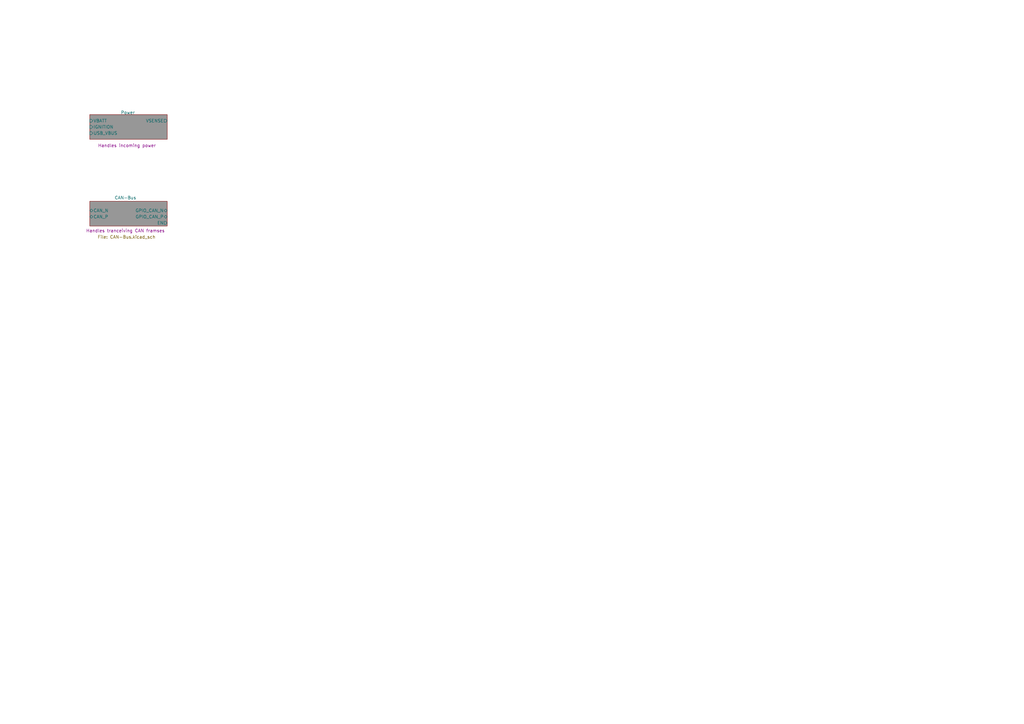
<source format=kicad_sch>
(kicad_sch (version 20211123) (generator eeschema)
  (paper "A3")
  (title_block (title "CAN RGB Controller") (date "2022-05-30") (rev "C") (company "cone.codes") (comment 1 "https://github.com/miata-bot/can-link"))
  (lib_symbols)
  (sheet (at 259.715 -34.29) (size 66.675 29.845) (stroke (width 0.1524))
    (property "Sheet name" "STM32F723ZET6" (at 259.715 -35.0016 0) (effects (justify left bottom)))
    (property "Sheet file" "STM32F723ZET6.kicad_sch" (at 259.715 -3.8604 0) (effects (justify left top)))
  )
  (sheet (at 36.83 82.55) (size 31.75 10.16) (stroke (width 0.1524)) (fill (color 72 72 72 0.5686))
    (property "Sheet name" "CAN-Bus" (at 46.99 81.8384 0) (effects (justify left bottom)))
    (property "Sheet file" "CAN-Bus.kicad_sch" (at 40.005 96.4696 0) (effects (justify left top)))
    (property "Description" "Handles tranceiving CAN framses" (at 51.435 94.615 0))
    (pin "GPIO_CAN_P" bidirectional (at 68.58 88.9 0))
    (pin "EN" output (at 68.58 91.44 0))
    (pin "GPIO_CAN_N" bidirectional (at 68.58 86.36 0))
    (pin "CAN_P" bidirectional (at 36.83 88.9 180))
    (pin "CAN_N" bidirectional (at 36.83 86.36 180))
  )
  (sheet (at 36.83 46.99) (size 31.75 10.16) (stroke (width 0.1524)) (fill (color 72 72 72 0.5686))
    (property "Sheet name" "Power" (at 49.53 46.9134 0) (effects (justify left bottom)))
    (property "Sheet file" "Power.kicad_sch" (effects hide))
    (property "Description" "Handles incoming power" (at 52.07 59.69 0))
    (pin "VSENSE" output (at 68.58 49.53 0))
    (pin "VBATT" input (at 36.83 49.53 180))
    (pin "IGNITION" input (at 36.83 52.07 180))
    (pin "USB_VBUS" input (at 36.83 54.61 180))
  )
)
</source>
